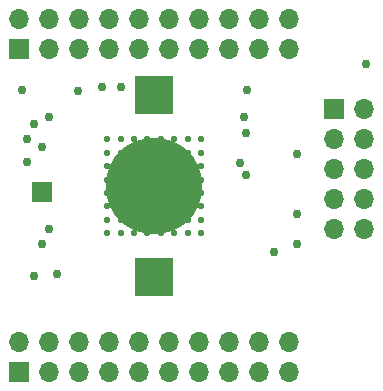
<source format=gbs>
G04 #@! TF.GenerationSoftware,KiCad,Pcbnew,(5.1.6)-1*
G04 #@! TF.CreationDate,2021-08-27T22:14:51-07:00*
G04 #@! TF.ProjectId,scum3c-devboard,7363756d-3363-42d6-9465-76626f617264,rev?*
G04 #@! TF.SameCoordinates,Original*
G04 #@! TF.FileFunction,Soldermask,Bot*
G04 #@! TF.FilePolarity,Negative*
%FSLAX46Y46*%
G04 Gerber Fmt 4.6, Leading zero omitted, Abs format (unit mm)*
G04 Created by KiCad (PCBNEW (5.1.6)-1) date 2021-08-27 22:14:51*
%MOMM*%
%LPD*%
G01*
G04 APERTURE LIST*
%ADD10C,8.130000*%
%ADD11R,3.200000X3.200000*%
%ADD12O,1.700000X1.700000*%
%ADD13R,1.700000X1.700000*%
%ADD14C,0.762000*%
%ADD15C,0.568750*%
G04 APERTURE END LIST*
D10*
G04 #@! TO.C,BT1*
X126365000Y-90355000D03*
D11*
X126365000Y-82660000D03*
X126365000Y-98050000D03*
G04 #@! TD*
D12*
G04 #@! TO.C,J1*
X137795000Y-76200000D03*
X137795000Y-78740000D03*
X135255000Y-76200000D03*
X135255000Y-78740000D03*
X132715000Y-76200000D03*
X132715000Y-78740000D03*
X130175000Y-76200000D03*
X130175000Y-78740000D03*
X127635000Y-76200000D03*
X127635000Y-78740000D03*
X125095000Y-76200000D03*
X125095000Y-78740000D03*
X122555000Y-76200000D03*
X122555000Y-78740000D03*
X120015000Y-76200000D03*
X120015000Y-78740000D03*
X117475000Y-76200000D03*
X117475000Y-78740000D03*
X114935000Y-76200000D03*
D13*
X114935000Y-78740000D03*
G04 #@! TD*
D12*
G04 #@! TO.C,J3*
X144145000Y-93980000D03*
X141605000Y-93980000D03*
X144145000Y-91440000D03*
X141605000Y-91440000D03*
X144145000Y-88900000D03*
X141605000Y-88900000D03*
X144145000Y-86360000D03*
X141605000Y-86360000D03*
X144145000Y-83820000D03*
D13*
X141605000Y-83820000D03*
G04 #@! TD*
D14*
G04 #@! TO.C,J21*
X138430000Y-92710000D03*
G04 #@! TD*
G04 #@! TO.C,J20*
X133985000Y-84455000D03*
G04 #@! TD*
G04 #@! TO.C,J19*
X123571000Y-81915000D03*
G04 #@! TD*
G04 #@! TO.C,J18*
X121920000Y-81915000D03*
G04 #@! TD*
G04 #@! TO.C,J14*
X119888000Y-82296000D03*
G04 #@! TD*
G04 #@! TO.C,J12*
X116840000Y-95250000D03*
G04 #@! TD*
G04 #@! TO.C,J17*
X138430000Y-95250000D03*
G04 #@! TD*
G04 #@! TO.C,J16*
X134112000Y-89408000D03*
G04 #@! TD*
G04 #@! TO.C,J15*
X133604000Y-88392000D03*
G04 #@! TD*
G04 #@! TO.C,J13*
X118110000Y-97790000D03*
G04 #@! TD*
G04 #@! TO.C,J11*
X117475000Y-93980000D03*
G04 #@! TD*
G04 #@! TO.C,J10*
X115570000Y-88265000D03*
G04 #@! TD*
G04 #@! TO.C,J9*
X116840000Y-86995000D03*
G04 #@! TD*
G04 #@! TO.C,J8*
X115570000Y-86360000D03*
G04 #@! TD*
G04 #@! TO.C,J7*
X116205000Y-85090000D03*
G04 #@! TD*
G04 #@! TO.C,J6*
X117475000Y-84455000D03*
G04 #@! TD*
G04 #@! TO.C,J5*
X134112000Y-85852000D03*
G04 #@! TD*
G04 #@! TO.C,GND6*
X144272000Y-80010000D03*
G04 #@! TD*
G04 #@! TO.C,GND5*
X136525000Y-95885000D03*
G04 #@! TD*
G04 #@! TO.C,GND4*
X134239000Y-82169000D03*
G04 #@! TD*
G04 #@! TO.C,GND3*
X115189000Y-82169000D03*
G04 #@! TD*
G04 #@! TO.C,GND2*
X138430000Y-87630000D03*
G04 #@! TD*
G04 #@! TO.C,GND1*
X116205000Y-97917000D03*
G04 #@! TD*
D13*
G04 #@! TO.C,J4*
X116840000Y-90805000D03*
G04 #@! TD*
D12*
G04 #@! TO.C,J2*
X137795000Y-103505000D03*
X137795000Y-106045000D03*
X135255000Y-103505000D03*
X135255000Y-106045000D03*
X132715000Y-103505000D03*
X132715000Y-106045000D03*
X130175000Y-103505000D03*
X130175000Y-106045000D03*
X127635000Y-103505000D03*
X127635000Y-106045000D03*
X125095000Y-103505000D03*
X125095000Y-106045000D03*
X122555000Y-103505000D03*
X122555000Y-106045000D03*
X120015000Y-103505000D03*
X120015000Y-106045000D03*
X117475000Y-103505000D03*
X117475000Y-106045000D03*
X114935000Y-103505000D03*
D13*
X114935000Y-106045000D03*
G04 #@! TD*
D15*
G04 #@! TO.C,U1*
X122383750Y-86373750D03*
X122383750Y-87511250D03*
X122383750Y-88648750D03*
X122383750Y-89786250D03*
X122383750Y-90923750D03*
X122383750Y-92061250D03*
X122383750Y-93198750D03*
X122383750Y-94336250D03*
X123521250Y-86373750D03*
X123521250Y-87511250D03*
X123521250Y-88648750D03*
X123521250Y-89786250D03*
X123521250Y-90923750D03*
X123521250Y-92061250D03*
X123521250Y-93198750D03*
X123521250Y-94336250D03*
X124658750Y-86373750D03*
X124658750Y-87511250D03*
X124658750Y-88648750D03*
X124658750Y-89786250D03*
X124658750Y-90923750D03*
X124658750Y-92061250D03*
X124658750Y-93198750D03*
X124658750Y-94336250D03*
X125796250Y-86373750D03*
X125796250Y-87511250D03*
X125796250Y-88648750D03*
X125796250Y-89786250D03*
X125796250Y-90923750D03*
X125796250Y-92061250D03*
X125796250Y-93198750D03*
X125796250Y-94336250D03*
X126933750Y-86373750D03*
X126933750Y-87511250D03*
X126933750Y-88648750D03*
X126933750Y-89786250D03*
X126933750Y-90923750D03*
X126933750Y-92061250D03*
X126933750Y-93198750D03*
X126933750Y-94336250D03*
X128071250Y-86373750D03*
X128071250Y-87511250D03*
X128071250Y-88648750D03*
X128071250Y-89786250D03*
X128071250Y-90923750D03*
X128071250Y-92061250D03*
X128071250Y-93198750D03*
X128071250Y-94336250D03*
X129208750Y-86373750D03*
X129208750Y-87511250D03*
X129208750Y-88648750D03*
X129208750Y-89786250D03*
X129208750Y-90923750D03*
X129208750Y-92061250D03*
X129208750Y-93198750D03*
X129208750Y-94336250D03*
X130346250Y-86373750D03*
X130346250Y-87511250D03*
X130346250Y-88648750D03*
X130346250Y-89786250D03*
X130346250Y-90923750D03*
X130346250Y-92061250D03*
X130346250Y-93198750D03*
X130346250Y-94336250D03*
G04 #@! TD*
M02*

</source>
